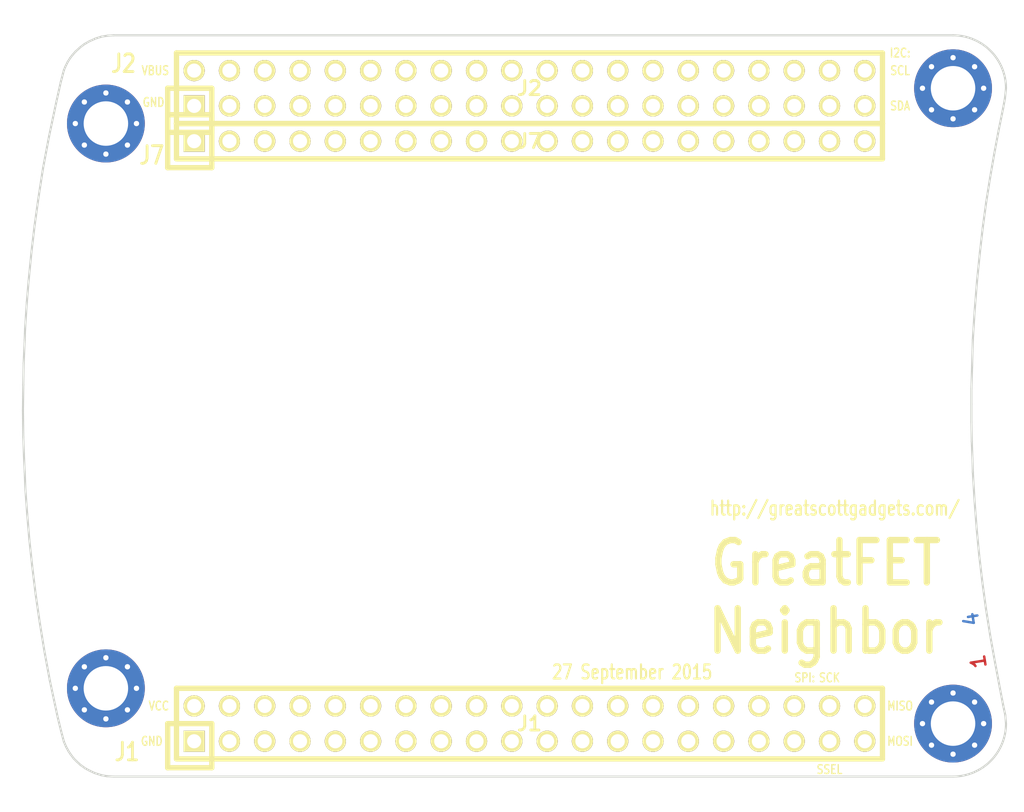
<source format=kicad_pcb>
(kicad_pcb (version 20221018) (generator pcbnew)
  (layers (0 "F.Cu" signal) (1 "In1.Cu" power "C2.Cu") (2 "In2.Cu" power "C3.Cu") (31 "B.Cu" signal) (35 "F.Paste" user) (37 "F.SilkS" user "F.Silkscreen") (39 "F.Mask" user) (44 "Edge.Cuts" user))
  (net 0 "")
  (net 1 "GND")
  (net 2 "VCC")
  (net 3 "/VBUS")
  (footprint "gsg-modules:HEADER-2x20" (layer "F.Cu") (at 146.05 118.11)
    (fp_text reference "J1" (at 0 0) (layer "F.SilkS") (effects (font (size 1.016 1.016) (thickness 0.2032))))
    (fp_text value "NEIGHBOR1" hide)
    (fp_line (start -26.035 0) (end -26.035 3.175) (stroke (width 0.381)) (layer "F.SilkS"))
    (fp_line (start -26.035 3.175) (end -22.86 3.175) (stroke (width 0.381)) (layer "F.SilkS"))
    (fp_line (start -25.4 -2.54) (end 25.4 -2.54) (stroke (width 0.381)) (layer "F.SilkS"))
    (fp_line (start -25.4 2.54) (end -25.4 -2.54) (stroke (width 0.381)) (layer "F.SilkS"))
    (fp_line (start -22.86 0) (end -26.035 0) (stroke (width 0.381)) (layer "F.SilkS"))
    (fp_line (start -22.86 3.175) (end -22.86 0) (stroke (width 0.381)) (layer "F.SilkS"))
    (fp_line (start 25.4 -2.54) (end 25.4 2.54) (stroke (width 0.381)) (layer "F.SilkS"))
    (fp_line (start 25.4 2.54) (end -25.4 2.54) (stroke (width 0.381)) (layer "F.SilkS"))
    (pad "1" thru_hole rect (at -24.13 1.27) (size 1.524 1.524) (drill 1.016) (layers "*.Cu" "*.Mask" "F.SilkS") (net 1 "GND"))
    (pad "2" thru_hole circle (at -24.13 -1.27) (size 1.524 1.524) (drill 1.016) (layers "*.Cu" "*.Mask" "F.SilkS") (net 2 "VCC"))
    (pad "3" thru_hole circle (at -21.59 1.27) (size 1.524 1.524) (drill 1.016) (layers "*.Cu" "*.Mask" "F.SilkS"))
    (pad "4" thru_hole circle (at -21.59 -1.27) (size 1.524 1.524) (drill 1.016) (layers "*.Cu" "*.Mask" "F.SilkS"))
    (pad "5" thru_hole circle (at -19.05 1.27) (size 1.524 1.524) (drill 1.016) (layers "*.Cu" "*.Mask" "F.SilkS"))
    (pad "6" thru_hole circle (at -19.05 -1.27) (size 1.524 1.524) (drill 1.016) (layers "*.Cu" "*.Mask" "F.SilkS"))
    (pad "7" thru_hole circle (at -16.51 1.27) (size 1.524 1.524) (drill 1.016) (layers "*.Cu" "*.Mask" "F.SilkS"))
    (pad "8" thru_hole circle (at -16.51 -1.27) (size 1.524 1.524) (drill 1.016) (layers "*.Cu" "*.Mask" "F.SilkS"))
    (pad "9" thru_hole circle (at -13.97 1.27) (size 1.524 1.524) (drill 1.016) (layers "*.Cu" "*.Mask" "F.SilkS"))
    (pad "10" thru_hole circle (at -13.97 -1.27) (size 1.524 1.524) (drill 1.016) (layers "*.Cu" "*.Mask" "F.SilkS"))
    (pad "11" thru_hole circle (at -11.43 1.27) (size 1.524 1.524) (drill 1.016) (layers "*.Cu" "*.Mask" "F.SilkS"))
    (pad "12" thru_hole circle (at -11.43 -1.27) (size 1.524 1.524) (drill 1.016) (layers "*.Cu" "*.Mask" "F.SilkS"))
    (pad "13" thru_hole circle (at -8.89 1.27) (size 1.524 1.524) (drill 1.016) (layers "*.Cu" "*.Mask" "F.SilkS"))
    (pad "14" thru_hole circle (at -8.89 -1.27) (size 1.524 1.524) (drill 1.016) (layers "*.Cu" "*.Mask" "F.SilkS"))
    (pad "15" thru_hole circle (at -6.35 1.27) (size 1.524 1.524) (drill 1.016) (layers "*.Cu" "*.Mask" "F.SilkS"))
    (pad "16" thru_hole circle (at -6.35 -1.27) (size 1.524 1.524) (drill 1.016) (layers "*.Cu" "*.Mask" "F.SilkS"))
    (pad "17" thru_hole circle (at -3.81 1.27) (size 1.524 1.524) (drill 1.016) (layers "*.Cu" "*.Mask" "F.SilkS"))
    (pad "18" thru_hole circle (at -3.81 -1.27) (size 1.524 1.524) (drill 1.016) (layers "*.Cu" "*.Mask" "F.SilkS"))
    (pad "19" thru_hole circle (at -1.27 1.27) (size 1.524 1.524) (drill 1.016) (layers "*.Cu" "*.Mask" "F.SilkS"))
    (pad "20" thru_hole circle (at -1.27 -1.27) (size 1.524 1.524) (drill 1.016) (layers "*.Cu" "*.Mask" "F.SilkS"))
    (pad "21" thru_hole circle (at 1.27 1.27) (size 1.524 1.524) (drill 1.016) (layers "*.Cu" "*.Mask" "F.SilkS"))
    (pad "22" thru_hole circle (at 1.27 -1.27) (size 1.524 1.524) (drill 1.016) (layers "*.Cu" "*.Mask" "F.SilkS"))
    (pad "23" thru_hole circle (at 3.81 1.27) (size 1.524 1.524) (drill 1.016) (layers "*.Cu" "*.Mask" "F.SilkS"))
    (pad "24" thru_hole circle (at 3.81 -1.27) (size 1.524 1.524) (drill 1.016) (layers "*.Cu" "*.Mask" "F.SilkS"))
    (pad "25" thru_hole circle (at 6.35 1.27) (size 1.524 1.524) (drill 1.016) (layers "*.Cu" "*.Mask" "F.SilkS"))
    (pad "26" thru_hole circle (at 6.35 -1.27) (size 1.524 1.524) (drill 1.016) (layers "*.Cu" "*.Mask" "F.SilkS"))
    (pad "27" thru_hole circle (at 8.89 1.27) (size 1.524 1.524) (drill 1.016) (layers "*.Cu" "*.Mask" "F.SilkS"))
    (pad "28" thru_hole circle (at 8.89 -1.27) (size 1.524 1.524) (drill 1.016) (layers "*.Cu" "*.Mask" "F.SilkS"))
    (pad "29" thru_hole circle (at 11.43 1.27) (size 1.524 1.524) (drill 1.016) (layers "*.Cu" "*.Mask" "F.SilkS"))
    (pad "30" thru_hole circle (at 11.43 -1.27) (size 1.524 1.524) (drill 1.016) (layers "*.Cu" "*.Mask" "F.SilkS"))
    (pad "31" thru_hole circle (at 13.97 1.27) (size 1.524 1.524) (drill 1.016) (layers "*.Cu" "*.Mask" "F.SilkS"))
    (pad "32" thru_hole circle (at 13.97 -1.27) (size 1.524 1.524) (drill 1.016) (layers "*.Cu" "*.Mask" "F.SilkS"))
    (pad "33" thru_hole circle (at 16.51 1.27) (size 1.524 1.524) (drill 1.016) (layers "*.Cu" "*.Mask" "F.SilkS"))
    (pad "34" thru_hole circle (at 16.51 -1.27) (size 1.524 1.524) (drill 1.016) (layers "*.Cu" "*.Mask" "F.SilkS"))
    (pad "35" thru_hole circle (at 19.05 1.27) (size 1.524 1.524) (drill 1.016) (layers "*.Cu" "*.Mask" "F.SilkS"))
    (pad "36" thru_hole circle (at 19.05 -1.27) (size 1.524 1.524) (drill 1.016) (layers "*.Cu" "*.Mask" "F.SilkS"))
    (pad "37" thru_hole circle (at 21.59 1.27) (size 1.524 1.524) (drill 1.016) (layers "*.Cu" "*.Mask" "F.SilkS"))
    (pad "38" thru_hole circle (at 21.59 -1.27) (size 1.524 1.524) (drill 1.016) (layers "*.Cu" "*.Mask" "F.SilkS"))
    (pad "39" thru_hole circle (at 24.13 1.27) (size 1.524 1.524) (drill 1.016) (layers "*.Cu" "*.Mask" "F.SilkS"))
    (pad "40" thru_hole circle (at 24.13 -1.27) (size 1.524 1.524) (drill 1.016) (layers "*.Cu" "*.Mask" "F.SilkS"))
  )
  (footprint "gsg-modules:HEADER-2x20" (layer "F.Cu") (at 146.05 72.39)
    (fp_text reference "J2" (at 0 0) (layer "F.SilkS") (effects (font (size 1.016 1.016) (thickness 0.2032))))
    (fp_text value "NEIGHBOR2" hide)
    (fp_line (start -26.035 0) (end -26.035 3.175) (stroke (width 0.381)) (layer "F.SilkS"))
    (fp_line (start -26.035 3.175) (end -22.86 3.175) (stroke (width 0.381)) (layer "F.SilkS"))
    (fp_line (start -25.4 -2.54) (end 25.4 -2.54) (stroke (width 0.381)) (layer "F.SilkS"))
    (fp_line (start -25.4 2.54) (end -25.4 -2.54) (stroke (width 0.381)) (layer "F.SilkS"))
    (fp_line (start -22.86 0) (end -26.035 0) (stroke (width 0.381)) (layer "F.SilkS"))
    (fp_line (start -22.86 3.175) (end -22.86 0) (stroke (width 0.381)) (layer "F.SilkS"))
    (fp_line (start 25.4 -2.54) (end 25.4 2.54) (stroke (width 0.381)) (layer "F.SilkS"))
    (fp_line (start 25.4 2.54) (end -25.4 2.54) (stroke (width 0.381)) (layer "F.SilkS"))
    (pad "1" thru_hole rect (at -24.13 1.27) (size 1.524 1.524) (drill 1.016) (layers "*.Cu" "*.Mask" "F.SilkS") (net 1 "GND"))
    (pad "2" thru_hole circle (at -24.13 -1.27) (size 1.524 1.524) (drill 1.016) (layers "*.Cu" "*.Mask" "F.SilkS") (net 3 "/VBUS"))
    (pad "3" thru_hole circle (at -21.59 1.27) (size 1.524 1.524) (drill 1.016) (layers "*.Cu" "*.Mask" "F.SilkS"))
    (pad "4" thru_hole circle (at -21.59 -1.27) (size 1.524 1.524) (drill 1.016) (layers "*.Cu" "*.Mask" "F.SilkS"))
    (pad "5" thru_hole circle (at -19.05 1.27) (size 1.524 1.524) (drill 1.016) (layers "*.Cu" "*.Mask" "F.SilkS"))
    (pad "6" thru_hole circle (at -19.05 -1.27) (size 1.524 1.524) (drill 1.016) (layers "*.Cu" "*.Mask" "F.SilkS"))
    (pad "7" thru_hole circle (at -16.51 1.27) (size 1.524 1.524) (drill 1.016) (layers "*.Cu" "*.Mask" "F.SilkS"))
    (pad "8" thru_hole circle (at -16.51 -1.27) (size 1.524 1.524) (drill 1.016) (layers "*.Cu" "*.Mask" "F.SilkS"))
    (pad "9" thru_hole circle (at -13.97 1.27) (size 1.524 1.524) (drill 1.016) (layers "*.Cu" "*.Mask" "F.SilkS"))
    (pad "10" thru_hole circle (at -13.97 -1.27) (size 1.524 1.524) (drill 1.016) (layers "*.Cu" "*.Mask" "F.SilkS"))
    (pad "11" thru_hole circle (at -11.43 1.27) (size 1.524 1.524) (drill 1.016) (layers "*.Cu" "*.Mask" "F.SilkS"))
    (pad "12" thru_hole circle (at -11.43 -1.27) (size 1.524 1.524) (drill 1.016) (layers "*.Cu" "*.Mask" "F.SilkS"))
    (pad "13" thru_hole circle (at -8.89 1.27) (size 1.524 1.524) (drill 1.016) (layers "*.Cu" "*.Mask" "F.SilkS"))
    (pad "14" thru_hole circle (at -8.89 -1.27) (size 1.524 1.524) (drill 1.016) (layers "*.Cu" "*.Mask" "F.SilkS"))
    (pad "15" thru_hole circle (at -6.35 1.27) (size 1.524 1.524) (drill 1.016) (layers "*.Cu" "*.Mask" "F.SilkS"))
    (pad "16" thru_hole circle (at -6.35 -1.27) (size 1.524 1.524) (drill 1.016) (layers "*.Cu" "*.Mask" "F.SilkS"))
    (pad "17" thru_hole circle (at -3.81 1.27) (size 1.524 1.524) (drill 1.016) (layers "*.Cu" "*.Mask" "F.SilkS"))
    (pad "18" thru_hole circle (at -3.81 -1.27) (size 1.524 1.524) (drill 1.016) (layers "*.Cu" "*.Mask" "F.SilkS"))
    (pad "19" thru_hole circle (at -1.27 1.27) (size 1.524 1.524) (drill 1.016) (layers "*.Cu" "*.Mask" "F.SilkS"))
    (pad "20" thru_hole circle (at -1.27 -1.27) (size 1.524 1.524) (drill 1.016) (layers "*.Cu" "*.Mask" "F.SilkS"))
    (pad "21" thru_hole circle (at 1.27 1.27) (size 1.524 1.524) (drill 1.016) (layers "*.Cu" "*.Mask" "F.SilkS"))
    (pad "22" thru_hole circle (at 1.27 -1.27) (size 1.524 1.524) (drill 1.016) (layers "*.Cu" "*.Mask" "F.SilkS"))
    (pad "23" thru_hole circle (at 3.81 1.27) (size 1.524 1.524) (drill 1.016) (layers "*.Cu" "*.Mask" "F.SilkS"))
    (pad "24" thru_hole circle (at 3.81 -1.27) (size 1.524 1.524) (drill 1.016) (layers "*.Cu" "*.Mask" "F.SilkS"))
    (pad "25" thru_hole circle (at 6.35 1.27) (size 1.524 1.524) (drill 1.016) (layers "*.Cu" "*.Mask" "F.SilkS"))
    (pad "26" thru_hole circle (at 6.35 -1.27) (size 1.524 1.524) (drill 1.016) (layers "*.Cu" "*.Mask" "F.SilkS"))
    (pad "27" thru_hole circle (at 8.89 1.27) (size 1.524 1.524) (drill 1.016) (layers "*.Cu" "*.Mask" "F.SilkS"))
    (pad "28" thru_hole circle (at 8.89 -1.27) (size 1.524 1.524) (drill 1.016) (layers "*.Cu" "*.Mask" "F.SilkS"))
    (pad "29" thru_hole circle (at 11.43 1.27) (size 1.524 1.524) (drill 1.016) (layers "*.Cu" "*.Mask" "F.SilkS"))
    (pad "30" thru_hole circle (at 11.43 -1.27) (size 1.524 1.524) (drill 1.016) (layers "*.Cu" "*.Mask" "F.SilkS"))
    (pad "31" thru_hole circle (at 13.97 1.27) (size 1.524 1.524) (drill 1.016) (layers "*.Cu" "*.Mask" "F.SilkS"))
    (pad "32" thru_hole circle (at 13.97 -1.27) (size 1.524 1.524) (drill 1.016) (layers "*.Cu" "*.Mask" "F.SilkS"))
    (pad "33" thru_hole circle (at 16.51 1.27) (size 1.524 1.524) (drill 1.016) (layers "*.Cu" "*.Mask" "F.SilkS"))
    (pad "34" thru_hole circle (at 16.51 -1.27) (size 1.524 1.524) (drill 1.016) (layers "*.Cu" "*.Mask" "F.SilkS"))
    (pad "35" thru_hole circle (at 19.05 1.27) (size 1.524 1.524) (drill 1.016) (layers "*.Cu" "*.Mask" "F.SilkS"))
    (pad "36" thru_hole circle (at 19.05 -1.27) (size 1.524 1.524) (drill 1.016) (layers "*.Cu" "*.Mask" "F.SilkS"))
    (pad "37" thru_hole circle (at 21.59 1.27) (size 1.524 1.524) (drill 1.016) (layers "*.Cu" "*.Mask" "F.SilkS"))
    (pad "38" thru_hole circle (at 21.59 -1.27) (size 1.524 1.524) (drill 1.016) (layers "*.Cu" "*.Mask" "F.SilkS"))
    (pad "39" thru_hole circle (at 24.13 1.27) (size 1.524 1.524) (drill 1.016) (layers "*.Cu" "*.Mask" "F.SilkS"))
    (pad "40" thru_hole circle (at 24.13 -1.27) (size 1.524 1.524) (drill 1.016) (layers "*.Cu" "*.Mask" "F.SilkS"))
  )
  (footprint "gsg-modules:HEADER-1x20" (layer "F.Cu") (at 146.05 76.2)
    (fp_text reference "J7" (at 0 0) (layer "F.SilkS") (effects (font (size 1.016 1.016) (thickness 0.2032))))
    (fp_text value "BONUS_ROW" hide)
    (fp_line (start -26.035 -1.905) (end -26.035 1.905) (stroke (width 0.381)) (layer "F.SilkS"))
    (fp_line (start -26.035 1.905) (end -22.86 1.905) (stroke (width 0.381)) (layer "F.SilkS"))
    (fp_line (start -25.4 -1.27) (end -25.4 1.27) (stroke (width 0.381)) (layer "F.SilkS"))
    (fp_line (start -25.4 1.27) (end 25.4 1.27) (stroke (width 0.381)) (layer "F.SilkS"))
    (fp_line (start -22.86 -1.905) (end -26.035 -1.905) (stroke (width 0.381)) (layer "F.SilkS"))
    (fp_line (start -22.86 1.905) (end -22.86 -1.905) (stroke (width 0.381)) (layer "F.SilkS"))
    (fp_line (start 25.4 -1.27) (end -25.4 -1.27) (stroke (width 0.381)) (layer "F.SilkS"))
    (fp_line (start 25.4 1.27) (end 25.4 -1.27) (stroke (width 0.381)) (layer "F.SilkS"))
    (pad "1" thru_hole rect (at -24.13 0) (size 1.524 1.524) (drill 1.016) (layers "*.Cu" "*.Mask" "F.SilkS") (net 1 "GND"))
    (pad "2" thru_hole circle (at -21.59 0) (size 1.524 1.524) (drill 1.016) (layers "*.Cu" "*.Mask" "F.SilkS"))
    (pad "3" thru_hole circle (at -19.05 0) (size 1.524 1.524) (drill 1.016) (layers "*.Cu" "*.Mask" "F.SilkS"))
    (pad "4" thru_hole circle (at -16.51 0) (size 1.524 1.524) (drill 1.016) (layers "*.Cu" "*.Mask" "F.SilkS"))
    (pad "5" thru_hole circle (at -13.97 0) (size 1.524 1.524) (drill 1.016) (layers "*.Cu" "*.Mask" "F.SilkS"))
    (pad "6" thru_hole circle (at -11.43 0) (size 1.524 1.524) (drill 1.016) (layers "*.Cu" "*.Mask" "F.SilkS"))
    (pad "7" thru_hole circle (at -8.89 0) (size 1.524 1.524) (drill 1.016) (layers "*.Cu" "*.Mask" "F.SilkS"))
    (pad "8" thru_hole circle (at -6.35 0) (size 1.524 1.524) (drill 1.016) (layers "*.Cu" "*.Mask" "F.SilkS"))
    (pad "9" thru_hole circle (at -3.81 0) (size 1.524 1.524) (drill 1.016) (layers "*.Cu" "*.Mask" "F.SilkS"))
    (pad "10" thru_hole circle (at -1.27 0) (size 1.524 1.524) (drill 1.016) (layers "*.Cu" "*.Mask" "F.SilkS") (net 1 "GND"))
    (pad "11" thru_hole circle (at 1.27 0) (size 1.524 1.524) (drill 1.016) (layers "*.Cu" "*.Mask" "F.SilkS"))
    (pad "12" thru_hole circle (at 3.81 0) (size 1.524 1.524) (drill 1.016) (layers "*.Cu" "*.Mask" "F.SilkS"))
    (pad "13" thru_hole circle (at 6.35 0) (size 1.524 1.524) (drill 1.016) (layers "*.Cu" "*.Mask" "F.SilkS"))
    (pad "14" thru_hole circle (at 8.89 0) (size 1.524 1.524) (drill 1.016) (layers "*.Cu" "*.Mask" "F.SilkS"))
    (pad "15" thru_hole circle (at 11.43 0) (size 1.524 1.524) (drill 1.016) (layers "*.Cu" "*.Mask" "F.SilkS"))
    (pad "16" thru_hole circle (at 13.97 0) (size 1.524 1.524) (drill 1.016) (layers "*.Cu" "*.Mask" "F.SilkS"))
    (pad "17" thru_hole circle (at 16.51 0) (size 1.524 1.524) (drill 1.016) (layers "*.Cu" "*.Mask" "F.SilkS"))
    (pad "18" thru_hole circle (at 19.05 0) (size 1.524 1.524) (drill 1.016) (layers "*.Cu" "*.Mask" "F.SilkS"))
    (pad "19" thru_hole circle (at 21.59 0) (size 1.524 1.524) (drill 1.016) (layers "*.Cu" "*.Mask" "F.SilkS") (net 1 "GND"))
    (pad "20" thru_hole circle (at 24.13 0) (size 1.524 1.524) (drill 1.016) (layers "*.Cu" "*.Mask" "F.SilkS") (net 2 "VCC"))
  )
  (footprint "gsg-modules:HOLE126MIL-COPPER" (layer "F.Cu") (at 115.57 74.93)
    (fp_text reference "MH1" hide)
    (fp_text value "MOUNTING_HOLE" hide)
    (pad "1" thru_hole circle (at -2.2 0) (size 0.6 0.6) (drill 0.381) (layers "*.Cu" "*.Mask") (net 1 "GND"))
    (pad "1" thru_hole circle (at -1.55 -1.55) (size 0.6 0.6) (drill 0.381) (layers "*.Cu" "*.Mask") (net 1 "GND"))
    (pad "1" thru_hole circle (at -1.55 1.55) (size 0.6 0.6) (drill 0.381) (layers "*.Cu" "*.Mask") (net 1 "GND"))
    (pad "1" thru_hole circle (at 0 -2.2) (size 0.6 0.6) (drill 0.381) (layers "*.Cu" "*.Mask") (net 1 "GND"))
    (pad "1" thru_hole circle (at 0 0) (size 5.6 5.6) (drill 3.2004) (layers "*.Cu" "*.Mask") (net 1 "GND"))
    (pad "1" thru_hole circle (at 0 2.2) (size 0.6 0.6) (drill 0.381) (layers "*.Cu" "*.Mask") (net 1 "GND"))
    (pad "1" thru_hole circle (at 1.55 -1.55) (size 0.6 0.6) (drill 0.381) (layers "*.Cu" "*.Mask") (net 1 "GND"))
    (pad "1" thru_hole circle (at 1.55 1.55) (size 0.6 0.6) (drill 0.381) (layers "*.Cu" "*.Mask") (net 1 "GND"))
    (pad "1" thru_hole circle (at 2.2 0) (size 0.6 0.6) (drill 0.381) (layers "*.Cu" "*.Mask") (net 1 "GND"))
  )
  (footprint "gsg-modules:HOLE126MIL-COPPER" (layer "F.Cu") (at 115.57 115.57)
    (fp_text reference "MH2" hide)
    (fp_text value "MOUNTING_HOLE" hide)
    (pad "1" thru_hole circle (at -2.2 0) (size 0.6 0.6) (drill 0.381) (layers "*.Cu" "*.Mask") (net 1 "GND"))
    (pad "1" thru_hole circle (at -1.55 -1.55) (size 0.6 0.6) (drill 0.381) (layers "*.Cu" "*.Mask") (net 1 "GND"))
    (pad "1" thru_hole circle (at -1.55 1.55) (size 0.6 0.6) (drill 0.381) (layers "*.Cu" "*.Mask") (net 1 "GND"))
    (pad "1" thru_hole circle (at 0 -2.2) (size 0.6 0.6) (drill 0.381) (layers "*.Cu" "*.Mask") (net 1 "GND"))
    (pad "1" thru_hole circle (at 0 0) (size 5.6 5.6) (drill 3.2004) (layers "*.Cu" "*.Mask") (net 1 "GND"))
    (pad "1" thru_hole circle (at 0 2.2) (size 0.6 0.6) (drill 0.381) (layers "*.Cu" "*.Mask") (net 1 "GND"))
    (pad "1" thru_hole circle (at 1.55 -1.55) (size 0.6 0.6) (drill 0.381) (layers "*.Cu" "*.Mask") (net 1 "GND"))
    (pad "1" thru_hole circle (at 1.55 1.55) (size 0.6 0.6) (drill 0.381) (layers "*.Cu" "*.Mask") (net 1 "GND"))
    (pad "1" thru_hole circle (at 2.2 0) (size 0.6 0.6) (drill 0.381) (layers "*.Cu" "*.Mask") (net 1 "GND"))
  )
  (footprint "gsg-modules:HOLE126MIL-COPPER" (layer "F.Cu") (at 176.53 118.11)
    (fp_text reference "MH3" hide)
    (fp_text value "MOUNTING_HOLE" hide)
    (pad "1" thru_hole circle (at -2.2 0) (size 0.6 0.6) (drill 0.381) (layers "*.Cu" "*.Mask") (net 1 "GND"))
    (pad "1" thru_hole circle (at -1.55 -1.55) (size 0.6 0.6) (drill 0.381) (layers "*.Cu" "*.Mask") (net 1 "GND"))
    (pad "1" thru_hole circle (at -1.55 1.55) (size 0.6 0.6) (drill 0.381) (layers "*.Cu" "*.Mask") (net 1 "GND"))
    (pad "1" thru_hole circle (at 0 -2.2) (size 0.6 0.6) (drill 0.381) (layers "*.Cu" "*.Mask") (net 1 "GND"))
    (pad "1" thru_hole circle (at 0 0) (size 5.6 5.6) (drill 3.2004) (layers "*.Cu" "*.Mask") (net 1 "GND"))
    (pad "1" thru_hole circle (at 0 2.2) (size 0.6 0.6) (drill 0.381) (layers "*.Cu" "*.Mask") (net 1 "GND"))
    (pad "1" thru_hole circle (at 1.55 -1.55) (size 0.6 0.6) (drill 0.381) (layers "*.Cu" "*.Mask") (net 1 "GND"))
    (pad "1" thru_hole circle (at 1.55 1.55) (size 0.6 0.6) (drill 0.381) (layers "*.Cu" "*.Mask") (net 1 "GND"))
    (pad "1" thru_hole circle (at 2.2 0) (size 0.6 0.6) (drill 0.381) (layers "*.Cu" "*.Mask") (net 1 "GND"))
  )
  (footprint "gsg-modules:HOLE126MIL-COPPER" (layer "F.Cu") (at 176.53 72.39)
    (fp_text reference "MH4" hide)
    (fp_text value "MOUNTING_HOLE" hide)
    (pad "1" thru_hole circle (at -2.2 0) (size 0.6 0.6) (drill 0.381) (layers "*.Cu" "*.Mask") (net 1 "GND"))
    (pad "1" thru_hole circle (at -1.55 -1.55) (size 0.6 0.6) (drill 0.381) (layers "*.Cu" "*.Mask") (net 1 "GND"))
    (pad "1" thru_hole circle (at -1.55 1.55) (size 0.6 0.6) (drill 0.381) (layers "*.Cu" "*.Mask") (net 1 "GND"))
    (pad "1" thru_hole circle (at 0 -2.2) (size 0.6 0.6) (drill 0.381) (layers "*.Cu" "*.Mask") (net 1 "GND"))
    (pad "1" thru_hole circle (at 0 0) (size 5.6 5.6) (drill 3.2004) (layers "*.Cu" "*.Mask") (net 1 "GND"))
    (pad "1" thru_hole circle (at 0 2.2) (size 0.6 0.6) (drill 0.381) (layers "*.Cu" "*.Mask") (net 1 "GND"))
    (pad "1" thru_hole circle (at 1.55 -1.55) (size 0.6 0.6) (drill 0.381) (layers "*.Cu" "*.Mask") (net 1 "GND"))
    (pad "1" thru_hole circle (at 1.55 1.55) (size 0.6 0.6) (drill 0.381) (layers "*.Cu" "*.Mask") (net 1 "GND"))
    (pad "1" thru_hole circle (at 2.2 0) (size 0.6 0.6) (drill 0.381) (layers "*.Cu" "*.Mask") (net 1 "GND"))
  )
  (gr_line (start 176.53 121.92) (end 116.1288 121.92) (stroke (width 0.15)) (layer "Edge.Cuts"))
  (gr_line (start 178.0794 88.4682) (end 178.2572 86.233) (stroke (width 0.15)) (layer "Edge.Cuts"))
  (gr_line (start 177.8508 96.393) (end 177.8762 97.79) (stroke (width 0.15)) (layer "Edge.Cuts"))
  (gr_line (start 180.1368 73.8124) (end 180.2638 73.1266) (stroke (width 0.15)) (layer "Edge.Cuts"))
  (gr_line (start 109.7788 101.2952) (end 109.728 99.9998) (stroke (width 0.15)) (layer "Edge.Cuts"))
  (gr_line (start 109.6264 97.4852) (end 109.6772 98.933) (stroke (width 0.15)) (layer "Edge.Cuts"))
  (gr_line (start 113.1824 69.977) (end 113.0046 70.2056) (stroke (width 0.15)) (layer "Edge.Cuts"))
  (gr_line (start 115.6462 121.8946) (end 115.2398 121.8184) (stroke (width 0.15)) (layer "Edge.Cuts"))
  (gr_line (start 179.197 78.8162) (end 179.5018 77.0636) (stroke (width 0.15)) (layer "Edge.Cuts"))
  (gr_line (start 177.9524 90.5002) (end 177.9016 92.3544) (stroke (width 0.15)) (layer "Edge.Cuts"))
  (gr_line (start 112.3442 118.6434) (end 112.0902 117.602) (stroke (width 0.15)) (layer "Edge.Cuts"))
  (gr_line (start 110.5154 108.8136) (end 110.2614 106.7308) (stroke (width 0.15)) (layer "Edge.Cuts"))
  (gr_line (start 112.5474 71.0946) (end 112.4712 71.374) (stroke (width 0.15)) (layer "Edge.Cuts"))
  (gr_line (start 109.7534 89.7128) (end 109.728 90.5002) (stroke (width 0.15)) (layer "Edge.Cuts"))
  (gr_line (start 109.601 95.5802) (end 109.6264 97.4852) (stroke (width 0.15)) (layer "Edge.Cuts"))
  (gr_line (start 116.1288 68.58) (end 115.697 68.6054) (stroke (width 0.15)) (layer "Edge.Cuts"))
  (gr_line (start 112.4712 71.374) (end 112.395 71.6788) (stroke (width 0.15)) (layer "Edge.Cuts"))
  (gr_line (start 179.2224 111.887) (end 179.5526 113.7158) (stroke (width 0.15)) (layer "Edge.Cuts"))
  (gr_line (start 109.6264 93.726) (end 109.601 95.5802) (stroke (width 0.15)) (layer "Edge.Cuts"))
  (gr_line (start 112.6998 119.761) (end 112.5474 119.4054) (stroke (width 0.15)) (layer "Edge.Cuts"))
  (gr_line (start 177.9524 99.9998) (end 178.0794 102.108) (stroke (width 0.15)) (layer "Edge.Cuts"))
  (gr_line (start 178.9176 80.5688) (end 179.197 78.8162) (stroke (width 0.15)) (layer "Edge.Cuts"))
  (gr_line (start 177.9016 92.3544) (end 177.8508 94.0054) (stroke (width 0.15)) (layer "Edge.Cuts"))
  (gr_line (start 109.8804 87.7824) (end 109.7534 89.7128) (stroke (width 0.15)) (layer "Edge.Cuts"))
  (gr_line (start 110.0582 104.8512) (end 109.9058 103.0224) (stroke (width 0.15)) (layer "Edge.Cuts"))
  (gr_line (start 178.6636 82.4484) (end 178.9176 80.5688) (stroke (width 0.15)) (layer "Edge.Cuts"))
  (gr_line (start 109.728 90.5002) (end 109.6518 92.1766) (stroke (width 0.15)) (layer "Edge.Cuts"))
  (gr_line (start 112.8268 70.485) (end 112.649 70.8406) (stroke (width 0.15)) (layer "Edge.Cuts"))
  (gr_line (start 112.5474 119.4054) (end 112.4458 119.0244) (stroke (width 0.15)) (layer "Edge.Cuts"))
  (gr_line (start 177.927 99.0346) (end 177.9524 99.9998) (stroke (width 0.15)) (layer "Edge.Cuts"))
  (gr_line (start 177.8508 94.0054) (end 177.8508 95.123) (stroke (width 0.15)) (layer "Edge.Cuts"))
  (gr_line (start 113.2586 120.6246) (end 113.03 120.3198) (stroke (width 0.15)) (layer "Edge.Cuts"))
  (gr_line (start 116.1288 121.92) (end 115.6462 121.8946) (stroke (width 0.15)) (layer "Edge.Cuts"))
  (gr_line (start 110.7948 110.744) (end 110.5154 108.8136) (stroke (width 0.15)) (layer "Edge.Cuts"))
  (gr_line (start 180.1368 116.7892) (end 180.2892 117.5004) (stroke (width 0.15)) (layer "Edge.Cuts"))
  (gr_line (start 177.8762 97.79) (end 177.927 99.0346) (stroke (width 0.15)) (layer "Edge.Cuts"))
  (gr_line (start 114.0206 69.215) (end 113.6904 69.469) (stroke (width 0.15)) (layer "Edge.Cuts"))
  (gr_line (start 112.8776 120.0912) (end 112.6998 119.761) (stroke (width 0.15)) (layer "Edge.Cuts"))
  (gr_line (start 179.8828 115.4684) (end 180.1368 116.7892) (stroke (width 0.15)) (layer "Edge.Cuts"))
  (gr_line (start 109.6518 92.1766) (end 109.6264 93.726) (stroke (width 0.15)) (layer "Edge.Cuts"))
  (gr_line (start 178.4096 105.9942) (end 178.6382 107.9246) (stroke (width 0.15)) (layer "Edge.Cuts"))
  (gr_line (start 112.395 71.6788) (end 112.3188 71.9582) (stroke (width 0.15)) (layer "Edge.Cuts"))
  (gr_line (start 179.5018 77.0636) (end 179.8066 75.438) (stroke (width 0.15)) (layer "Edge.Cuts"))
  (gr_line (start 110.4392 82.2706) (end 110.2106 84.201) (stroke (width 0.15)) (layer "Edge.Cuts"))
  (gr_line (start 178.6382 107.9246) (end 178.8922 109.8042) (stroke (width 0.15)) (layer "Edge.Cuts"))
  (gr_line (start 113.7412 121.0818) (end 113.4872 120.8532) (stroke (width 0.15)) (layer "Edge.Cuts"))
  (gr_line (start 111.4806 75.8444) (end 111.0488 78.1304) (stroke (width 0.15)) (layer "Edge.Cuts"))
  (gr_line (start 113.0046 70.2056) (end 112.8268 70.485) (stroke (width 0.15)) (layer "Edge.Cuts"))
  (gr_line (start 112.649 70.8406) (end 112.5474 71.0946) (stroke (width 0.15)) (layer "Edge.Cuts"))
  (gr_line (start 114.8334 68.8086) (end 114.3762 69.0118) (stroke (width 0.15)) (layer "Edge.Cuts"))
  (gr_line (start 110.2106 84.201) (end 110.0074 86.2584) (stroke (width 0.15)) (layer "Edge.Cuts"))
  (gr_line (start 178.8922 109.8042) (end 179.2224 111.887) (stroke (width 0.15)) (layer "Edge.Cuts"))
  (gr_line (start 177.9524 90.5002) (end 178.0794 88.4682) (stroke (width 0.15)) (layer "Edge.Cuts"))
  (gr_line (start 180.2892 117.5004) (end 180.34 118.11) (stroke (width 0.15)) (layer "Edge.Cuts"))
  (gr_line (start 113.6904 69.469) (end 113.3856 69.7484) (stroke (width 0.15)) (layer "Edge.Cuts"))
  (gr_line (start 179.5526 113.7158) (end 179.8828 115.4684) (stroke (width 0.15)) (layer "Edge.Cuts"))
  (gr_line (start 178.4604 84.2264) (end 178.6636 82.4484) (stroke (width 0.15)) (layer "Edge.Cuts"))
  (gr_line (start 114.3762 69.0118) (end 114.0206 69.215) (stroke (width 0.15)) (layer "Edge.Cuts"))
  (gr_line (start 178.0794 102.108) (end 178.2318 104.1146) (stroke (width 0.15)) (layer "Edge.Cuts"))
  (gr_line (start 179.8066 75.438) (end 180.1368 73.8124) (stroke (width 0.15)) (layer "Edge.Cuts"))
  (gr_line (start 112.4458 119.0244) (end 112.3442 118.6434) (stroke (width 0.15)) (layer "Edge.Cuts"))
  (gr_line (start 116.1288 68.58) (end 176.53 68.58) (stroke (width 0.15)) (layer "Edge.Cuts"))
  (gr_line (start 113.03 120.3198) (end 112.8776 120.0912) (stroke (width 0.15)) (layer "Edge.Cuts"))
  (gr_arc (start 176.53 68.58) (mid 179.224077 69.695923) (end 180.34 72.39) (stroke (width 0.15)) (layer "Edge.Cuts"))
  (gr_line (start 111.1504 112.9284) (end 110.7948 110.744) (stroke (width 0.15)) (layer "Edge.Cuts"))
  (gr_line (start 110.2614 106.7308) (end 110.0582 104.8512) (stroke (width 0.15)) (layer "Edge.Cuts"))
  (gr_line (start 112.3188 71.9582) (end 112.014 73.3298) (stroke (width 0.15)) (layer "Edge.Cuts"))
  (gr_line (start 178.2318 104.1146) (end 178.4096 105.9942) (stroke (width 0.15)) (layer "Edge.Cuts"))
  (gr_line (start 111.0488 78.1304) (end 110.7186 80.264) (stroke (width 0.15)) (layer "Edge.Cuts"))
  (gr_line (start 114.3762 121.4882) (end 114.0968 121.3358) (stroke (width 0.15)) (layer "Edge.Cuts"))
  (gr_line (start 112.0902 117.602) (end 111.5314 114.9858) (stroke (width 0.15)) (layer "Edge.Cuts"))
  (gr_line (start 109.6772 98.933) (end 109.728 99.9998) (stroke (width 0.15)) (layer "Edge.Cuts"))
  (gr_arc (start 180.34 118.11) (mid 179.224077 120.804077) (end 176.53 121.92) (stroke (width 0.15)) (layer "Edge.Cuts"))
  (gr_line (start 114.7572 121.666) (end 114.3762 121.4882) (stroke (width 0.15)) (layer "Edge.Cuts"))
  (gr_line (start 113.4872 120.8532) (end 113.2586 120.6246) (stroke (width 0.15)) (layer "Edge.Cuts"))
  (gr_line (start 180.2638 73.1266) (end 180.34 72.39) (stroke (width 0.15)) (layer "Edge.Cuts"))
  (gr_line (start 114.0968 121.3358) (end 113.7412 121.0818) (stroke (width 0.15)) (layer "Edge.Cuts"))
  (gr_line (start 111.5314 114.9858) (end 111.1504 112.9284) (stroke (width 0.15)) (layer "Edge.Cuts"))
  (gr_line (start 109.9058 103.0224) (end 109.7788 101.2952) (stroke (width 0.15)) (layer "Edge.Cuts"))
  (gr_line (start 177.8508 95.123) (end 177.8508 96.393) (stroke (width 0.15)) (layer "Edge.Cuts"))
  (gr_line (start 115.2398 68.6816) (end 114.8334 68.8086) (stroke (width 0.15)) (layer "Edge.Cuts"))
  (gr_line (start 112.014 73.3298) (end 111.4806 75.8444) (stroke (width 0.15)) (layer "Edge.Cuts"))
  (gr_line (start 115.697 68.6054) (end 115.2398 68.6816) (stroke (width 0.15)) (layer "Edge.Cuts"))
  (gr_line (start 110.0074 86.2584) (end 109.8804 87.7824) (stroke (width 0.15)) (layer "Edge.Cuts"))
  (gr_line (start 113.3856 69.7484) (end 113.1824 69.977) (stroke (width 0.15)) (layer "Edge.Cuts"))
  (gr_line (start 115.2398 121.8184) (end 114.7572 121.666) (stroke (width 0.15)) (layer "Edge.Cuts"))
  (gr_line (start 178.2572 86.233) (end 178.4604 84.2264) (stroke (width 0.15)) (layer "Edge.Cuts"))
  (gr_line (start 110.7186 80.264) (end 110.4392 82.2706) (stroke (width 0.15)) (layer "Edge.Cuts"))
  (gr_text "1" (at 178.3588 113.6396 98.9) (layer "F.Cu") (effects (font (size 1.016 1.016) (thickness 0.1778))))
  (gr_text "4" (at 177.8508 110.5916 98.9) (layer "B.Cu") (effects (font (size 1.016 1.016) (thickness 0.1778))))
  (gr_text "J1" (at 117.094 120.142) (layer "F.SilkS") (effects (font (size 1.27 1.016) (thickness 0.2032))))
  (gr_text "J2" (at 116.84 70.612) (layer "F.SilkS") (effects (font (size 1.27 1.016) (thickness 0.2032))))
  (gr_text "J7" (at 118.872 77.216) (layer "F.SilkS") (effects (font (size 1.27 1.016) (thickness 0.2032))))
  (gr_text "MOSI" (at 172.72 119.38) (layer "F.SilkS") (effects (font (size 0.635 0.508) (thickness 0.1016))))
  (gr_text "MISO" (at 172.72 116.84) (layer "F.SilkS") (effects (font (size 0.635 0.508) (thickness 0.1016))))
  (gr_text "SSEL" (at 167.64 121.412) (layer "F.SilkS") (effects (font (size 0.635 0.508) (thickness 0.1016))))
  (gr_text "SCK" (at 167.64 114.808) (layer "F.SilkS") (effects (font (size 0.635 0.508) (thickness 0.1016))))
  (gr_text "SDA" (at 172.72 73.66) (layer "F.SilkS") (effects (font (size 0.635 0.508) (thickness 0.1016))))
  (gr_text "SCL" (at 172.72 71.12) (layer "F.SilkS") (effects (font (size 0.635 0.508) (thickness 0.1016))))
  (gr_text "I2C:" (at 172.72 69.85) (layer "F.SilkS") (effects (font (size 0.635 0.508) (thickness 0.1016))))
  (gr_text "SPI:" (at 165.862 114.808) (layer "F.SilkS") (effects (font (size 0.635 0.508) (thickness 0.1016))))
  (gr_text "GND" (at 118.872 119.38) (layer "F.SilkS") (effects (font (size 0.635 0.508) (thickness 0.1016))))
  (gr_text "VCC" (at 119.38 116.84) (layer "F.SilkS") (effects (font (size 0.635 0.508) (thickness 0.1016))))
  (gr_text "VBUS" (at 119.126 71.12) (layer "F.SilkS") (effects (font (size 0.635 0.508) (thickness 0.1016))))
  (gr_text "GND" (at 118.999 73.406) (layer "F.SilkS") (effects (font (size 0.635 0.508) (thickness 0.1016))))
  (gr_text "http://greatscottgadgets.com/" (at 168.021 102.616) (layer "F.SilkS") (effects (font (size 1.016 0.762) (thickness 0.1524))))
  (gr_text "27 September 2015" (at 153.4414 114.4016) (layer "F.SilkS") (effects (font (size 1.016 0.762) (thickness 0.1524))))
  (gr_text "GreatFET\nNeighbor" (at 167.386 109.0168) (layer "F.SilkS") (effects (font (size 3.048 2.54) (thickness 0.4572))))
)
</source>
